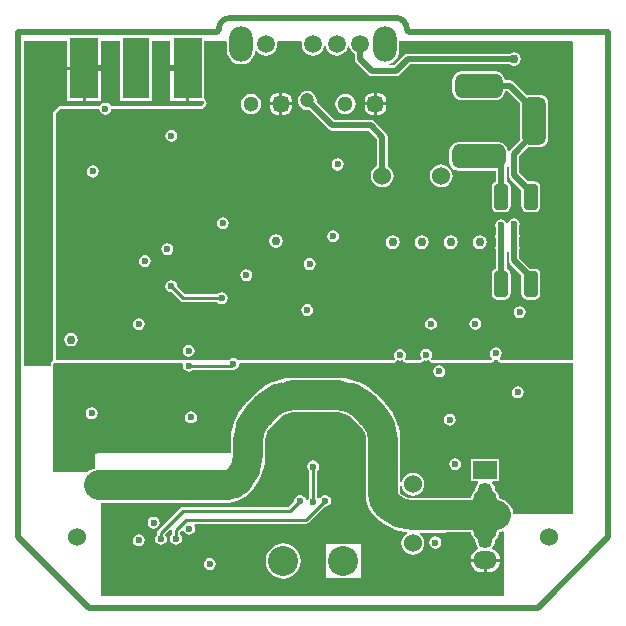
<source format=gbl>
G04*
G04 #@! TF.GenerationSoftware,Altium Limited,CircuitStudio,1.5.2 (30)*
G04*
G04 Layer_Physical_Order=4*
G04 Layer_Color=12500520*
%FSLAX44Y44*%
%MOMM*%
G71*
G01*
G75*
%ADD12R,2.4130X5.0800*%
%ADD33C,0.5000*%
%ADD34C,0.2540*%
%ADD36C,2.5000*%
%ADD37C,1.5240*%
%ADD38C,1.3000*%
G04:AMPARAMS|DCode=39|XSize=1.3mm|YSize=1.3mm|CornerRadius=0.325mm|HoleSize=0mm|Usage=FLASHONLY|Rotation=180.000|XOffset=0mm|YOffset=0mm|HoleType=Round|Shape=RoundedRectangle|*
%AMROUNDEDRECTD39*
21,1,1.3000,0.6500,0,0,180.0*
21,1,0.6500,1.3000,0,0,180.0*
1,1,0.6500,-0.3250,0.3250*
1,1,0.6500,0.3250,0.3250*
1,1,0.6500,0.3250,-0.3250*
1,1,0.6500,-0.3250,-0.3250*
%
%ADD39ROUNDEDRECTD39*%
G04:AMPARAMS|DCode=40|XSize=2mm|YSize=4mm|CornerRadius=0.5mm|HoleSize=0mm|Usage=FLASHONLY|Rotation=90.000|XOffset=0mm|YOffset=0mm|HoleType=Round|Shape=RoundedRectangle|*
%AMROUNDEDRECTD40*
21,1,2.0000,3.0000,0,0,90.0*
21,1,1.0000,4.0000,0,0,90.0*
1,1,1.0000,1.5000,0.5000*
1,1,1.0000,1.5000,-0.5000*
1,1,1.0000,-1.5000,-0.5000*
1,1,1.0000,-1.5000,0.5000*
%
%ADD40ROUNDEDRECTD40*%
G04:AMPARAMS|DCode=41|XSize=2mm|YSize=4.5mm|CornerRadius=0.5mm|HoleSize=0mm|Usage=FLASHONLY|Rotation=270.000|XOffset=0mm|YOffset=0mm|HoleType=Round|Shape=RoundedRectangle|*
%AMROUNDEDRECTD41*
21,1,2.0000,3.5000,0,0,270.0*
21,1,1.0000,4.5000,0,0,270.0*
1,1,1.0000,-1.7500,-0.5000*
1,1,1.0000,-1.7500,0.5000*
1,1,1.0000,1.7500,0.5000*
1,1,1.0000,1.7500,-0.5000*
%
%ADD41ROUNDEDRECTD41*%
G04:AMPARAMS|DCode=42|XSize=2mm|YSize=4mm|CornerRadius=0.5mm|HoleSize=0mm|Usage=FLASHONLY|Rotation=180.000|XOffset=0mm|YOffset=0mm|HoleType=Round|Shape=RoundedRectangle|*
%AMROUNDEDRECTD42*
21,1,2.0000,3.0000,0,0,180.0*
21,1,1.0000,4.0000,0,0,180.0*
1,1,1.0000,-0.5000,1.5000*
1,1,1.0000,0.5000,1.5000*
1,1,1.0000,0.5000,-1.5000*
1,1,1.0000,-0.5000,-1.5000*
%
%ADD42ROUNDEDRECTD42*%
%ADD43C,1.5000*%
%ADD44O,2.0000X3.0000*%
%ADD45C,2.5400*%
%ADD46O,2.0000X1.5000*%
%ADD47C,2.0000*%
%ADD48R,2.0000X1.5000*%
%ADD49C,0.6000*%
%ADD50C,1.2000*%
%ADD51C,0.7500*%
%ADD52C,1.2500*%
G04:AMPARAMS|DCode=53|XSize=2.2mm|YSize=1.2mm|CornerRadius=0.3mm|HoleSize=0mm|Usage=FLASHONLY|Rotation=270.000|XOffset=0mm|YOffset=0mm|HoleType=Round|Shape=RoundedRectangle|*
%AMROUNDEDRECTD53*
21,1,2.2000,0.6000,0,0,270.0*
21,1,1.6000,1.2000,0,0,270.0*
1,1,0.6000,-0.3000,-0.8000*
1,1,0.6000,-0.3000,0.8000*
1,1,0.6000,0.3000,0.8000*
1,1,0.6000,0.3000,-0.8000*
%
%ADD53ROUNDEDRECTD53*%
%ADD54R,2.2860X5.0800*%
%ADD55R,0.2540X0.2540*%
G36*
X453595Y515807D02*
X453597Y515807D01*
X453600Y515807D01*
X453862Y515859D01*
X456759Y515574D01*
X459798Y514652D01*
X462598Y513156D01*
X465123Y511083D01*
X472424Y503659D01*
X472431Y503654D01*
X472436Y503647D01*
X472659Y503498D01*
X474505Y501248D01*
X476002Y498448D01*
X476924Y495410D01*
X477244Y492152D01*
X477158Y447369D01*
X477123Y447302D01*
X477093Y447004D01*
X477035Y446711D01*
X477055Y446611D01*
X477045Y446511D01*
X477531Y441570D01*
X477590Y441378D01*
X477609Y441178D01*
X479050Y436427D01*
X479145Y436250D01*
X479203Y436058D01*
X481544Y431679D01*
X481671Y431524D01*
X481766Y431347D01*
X484916Y427509D01*
X484994Y427445D01*
X485050Y427360D01*
X485209Y427254D01*
X489422Y423559D01*
X489539Y423492D01*
X489634Y423397D01*
X494338Y420253D01*
X494463Y420202D01*
X494570Y420120D01*
X499644Y417617D01*
X499774Y417583D01*
X499891Y417515D01*
X505249Y415696D01*
X505382Y415679D01*
X505506Y415628D01*
X511056Y414524D01*
X511190D01*
X511320Y414489D01*
X511599Y414470D01*
X511859Y413181D01*
X510139Y411861D01*
X508597Y409851D01*
X507627Y407511D01*
X507297Y405000D01*
X507627Y402489D01*
X508597Y400149D01*
X510139Y398139D01*
X512148Y396597D01*
X514488Y395628D01*
X517000Y395297D01*
X519511Y395628D01*
X521851Y396597D01*
X523861Y398139D01*
X525403Y400149D01*
X526372Y402489D01*
X526703Y405000D01*
X526372Y407511D01*
X525403Y409851D01*
X523861Y411861D01*
X522570Y412852D01*
X523000Y414122D01*
X566393Y414179D01*
X566559Y412917D01*
X567768Y409998D01*
X569691Y407491D01*
X569946Y407296D01*
X569929Y407164D01*
X570212Y405010D01*
X571044Y403003D01*
X572243Y401440D01*
X572208Y400715D01*
X571997Y399963D01*
X570686Y399420D01*
X568589Y397811D01*
X566980Y395713D01*
X565968Y393271D01*
X565790Y391920D01*
X578250D01*
X590709D01*
X590531Y393271D01*
X589520Y395713D01*
X587910Y397811D01*
X585813Y399420D01*
X584503Y399963D01*
X584292Y400715D01*
X584256Y401440D01*
X585456Y403003D01*
X586287Y405010D01*
X586571Y407164D01*
X586554Y407296D01*
X586808Y407491D01*
X588732Y409998D01*
X589941Y412917D01*
X590144Y414463D01*
X590780Y414546D01*
X591033Y414632D01*
X591294Y414684D01*
X592944Y415367D01*
X594000Y414662D01*
X594000Y360898D01*
X593102Y360000D01*
X253398Y360000D01*
X252500Y360898D01*
X252500Y438961D01*
X361142D01*
X361142Y438961D01*
X361923Y439116D01*
X362584Y439558D01*
X362584Y439558D01*
X362836Y439810D01*
X364580Y439981D01*
X364772Y440040D01*
X364972Y440060D01*
X369723Y441501D01*
X369900Y441595D01*
X370092Y441654D01*
X374471Y443994D01*
X374626Y444121D01*
X374803Y444216D01*
X378641Y447366D01*
X378705Y447444D01*
X378789Y447500D01*
X378895Y447659D01*
X382590Y451872D01*
X382658Y451989D01*
X382753Y452084D01*
X385896Y456789D01*
X385948Y456913D01*
X386030Y457020D01*
X388532Y462094D01*
X388567Y462224D01*
X388634Y462341D01*
X390453Y467699D01*
X390471Y467832D01*
X390522Y467956D01*
X391626Y473506D01*
Y473641D01*
X391661Y473770D01*
X392031Y479417D01*
X392022Y479484D01*
X392035Y479550D01*
Y479550D01*
X392034Y479557D01*
X392035Y479565D01*
X391943Y492265D01*
X391891Y492516D01*
X392176Y495410D01*
X393098Y498448D01*
X394594Y501248D01*
X396667Y503773D01*
X404091Y511074D01*
X404096Y511081D01*
X404103Y511086D01*
X404252Y511309D01*
X406502Y513156D01*
X409302Y514652D01*
X412340Y515574D01*
X415597Y515895D01*
X453595Y515807D01*
D02*
G37*
G36*
X588620Y559852D02*
X588713Y559675D01*
X588770Y559484D01*
X588896Y559327D01*
X588990Y559148D01*
X589255Y558820D01*
X589338Y558752D01*
X589347Y558735D01*
X589375Y558711D01*
X589416Y558649D01*
X589490Y558575D01*
X589641Y558475D01*
X589709Y558406D01*
X589726Y558395D01*
X589783Y558372D01*
X589958Y558226D01*
X590062Y558193D01*
X590152Y558133D01*
X590376Y558088D01*
X590430Y558059D01*
X590450Y558053D01*
X590545Y558043D01*
X590718Y557989D01*
X590822Y557978D01*
X590896Y557985D01*
X590932Y557978D01*
X590951Y557982D01*
X591056Y557961D01*
X652500D01*
X652500Y556691D01*
X652500Y430898D01*
X651602Y430000D01*
X601754D01*
X601454Y432280D01*
X601368Y432533D01*
X601316Y432794D01*
X600056Y435836D01*
X599907Y436058D01*
X599790Y436297D01*
X597785Y438909D01*
X597585Y439085D01*
X597409Y439286D01*
X594797Y441290D01*
X594558Y441408D01*
X594336Y441556D01*
X591294Y442816D01*
X591033Y442868D01*
X590780Y442954D01*
X590144Y443037D01*
X589941Y444583D01*
X588732Y447502D01*
X586808Y450009D01*
X586554Y450204D01*
X586571Y450336D01*
X586287Y452490D01*
X585456Y454497D01*
X584241Y456080D01*
X584523Y457350D01*
X590250D01*
Y476350D01*
X566250D01*
Y457350D01*
X571977D01*
X572258Y456080D01*
X571044Y454497D01*
X570212Y452490D01*
X569929Y450336D01*
X569946Y450204D01*
X569691Y450009D01*
X567768Y447502D01*
X566559Y444583D01*
X566399Y443369D01*
X517097Y443293D01*
X516837Y443241D01*
X513940Y443526D01*
X510902Y444448D01*
X508102Y445944D01*
X506227Y447483D01*
X506229Y453381D01*
X507499Y453464D01*
X507627Y452489D01*
X508597Y450149D01*
X510139Y448139D01*
X512148Y446597D01*
X514488Y445628D01*
X517000Y445297D01*
X519511Y445628D01*
X521851Y446597D01*
X523861Y448139D01*
X525403Y450149D01*
X526372Y452489D01*
X526703Y455000D01*
X526372Y457511D01*
X525403Y459851D01*
X523861Y461861D01*
X521851Y463403D01*
X519511Y464372D01*
X517000Y464703D01*
X514488Y464372D01*
X512148Y463403D01*
X510139Y461861D01*
X508597Y459851D01*
X507627Y457511D01*
X507500Y456544D01*
X506230Y456628D01*
X506243Y491712D01*
X506271Y491924D01*
X506335Y492250D01*
Y492250D01*
X506322Y492316D01*
X506331Y492383D01*
X505961Y498030D01*
X505926Y498159D01*
Y498294D01*
X504822Y503843D01*
X504771Y503968D01*
X504753Y504101D01*
X502934Y509459D01*
X502867Y509576D01*
X502832Y509706D01*
X500330Y514780D01*
X500248Y514887D01*
X500196Y515011D01*
X497053Y519716D01*
X496958Y519811D01*
X496890Y519928D01*
X493160Y524182D01*
X493099Y524228D01*
X493056Y524292D01*
X485922Y531301D01*
X485814Y531442D01*
X485629Y531719D01*
X485573Y531756D01*
X485532Y531810D01*
X481278Y535541D01*
X481161Y535608D01*
X481066Y535703D01*
X476361Y538847D01*
X476237Y538898D01*
X476130Y538980D01*
X471055Y541483D01*
X470925Y541517D01*
X470809Y541585D01*
X465451Y543403D01*
X465318Y543421D01*
X465193Y543472D01*
X459644Y544576D01*
X459509D01*
X459379Y544611D01*
X453733Y544981D01*
X453666Y544972D01*
X453600Y544986D01*
X453600D01*
X453597Y544985D01*
X453595Y544986D01*
X416027Y544894D01*
X415826Y544921D01*
X415500Y544986D01*
X415500D01*
X415434Y544972D01*
X415367Y544981D01*
X409720Y544611D01*
X409590Y544576D01*
X409456D01*
X403906Y543472D01*
X403782Y543421D01*
X403649Y543403D01*
X398291Y541585D01*
X398174Y541517D01*
X398044Y541483D01*
X392970Y538980D01*
X392863Y538898D01*
X392738Y538847D01*
X388034Y535703D01*
X387939Y535608D01*
X387822Y535541D01*
X383568Y531810D01*
X383521Y531749D01*
X383458Y531706D01*
X376449Y524572D01*
X376308Y524464D01*
X376031Y524279D01*
X375994Y524223D01*
X375940Y524182D01*
X372209Y519928D01*
X372142Y519811D01*
X372047Y519716D01*
X368903Y515011D01*
X368852Y514887D01*
X368770Y514780D01*
X366267Y509706D01*
X366232Y509576D01*
X366165Y509459D01*
X364346Y504101D01*
X364329Y503968D01*
X364277Y503843D01*
X363173Y498294D01*
Y498159D01*
X363139Y498030D01*
X362769Y492383D01*
X362777Y492316D01*
X362764Y492250D01*
Y492250D01*
X362766Y492243D01*
X362764Y492235D01*
X362835Y482491D01*
X361941Y481589D01*
X250000D01*
X249219Y481434D01*
X248558Y480992D01*
X248116Y480330D01*
X247961Y479550D01*
Y468418D01*
X247469Y468354D01*
X247217Y468268D01*
X246955Y468216D01*
X243913Y466956D01*
X243692Y466808D01*
X243452Y466690D01*
X241250Y465000D01*
X212500Y465000D01*
X212500Y556844D01*
X212907Y557351D01*
X213770Y557961D01*
X321636D01*
X322438Y556691D01*
X322152Y555250D01*
X322540Y553299D01*
X323645Y551645D01*
X325299Y550540D01*
X327250Y550152D01*
X329201Y550540D01*
X330854Y551645D01*
X331035Y551916D01*
X363250D01*
X364090Y552083D01*
X365000Y551902D01*
X366951Y552290D01*
X368605Y553395D01*
X369710Y555049D01*
X370098Y557000D01*
X370886Y557961D01*
X501018Y557961D01*
X501063Y557970D01*
X501110Y557963D01*
X501453Y558047D01*
X501798Y558116D01*
X501837Y558142D01*
X501882Y558153D01*
X502166Y558362D01*
X502460Y558558D01*
X502486Y558597D01*
X502523Y558624D01*
X502996Y559142D01*
X504049Y559790D01*
X506000Y559402D01*
X507951Y559790D01*
X508139Y559916D01*
X508155Y559911D01*
X508347Y559741D01*
X508513Y559546D01*
X508807Y559313D01*
X508828Y559303D01*
X508844Y559285D01*
X508983Y559180D01*
X509357Y558760D01*
X509470Y558675D01*
X509473Y558670D01*
X509495Y558653D01*
X509515Y558623D01*
X509553Y558585D01*
X509643Y558525D01*
X509747Y558421D01*
X509824Y558369D01*
X509928Y558326D01*
X510107Y558191D01*
X510165Y558176D01*
X510215Y558142D01*
X510435Y558099D01*
X510536Y558050D01*
X510626Y558026D01*
X510773Y558018D01*
X510877Y557991D01*
X510932Y557988D01*
X510968Y557993D01*
X510995Y557987D01*
X511001Y557988D01*
X511139Y557961D01*
X523392D01*
X523577Y557998D01*
X523578D01*
X523590Y558000D01*
X523789D01*
X523975Y558037D01*
X524140Y558105D01*
X524309Y558134D01*
X524311Y558135D01*
X524315Y558136D01*
X524334Y558148D01*
X524358Y558153D01*
X524358Y558153D01*
X524358D01*
X524484Y558237D01*
X524627Y558288D01*
X524627Y558288D01*
X524660Y558318D01*
X524699Y558334D01*
X524854Y558436D01*
X524972Y558552D01*
X524982Y558558D01*
X524982Y558559D01*
X524984Y558561D01*
X524987Y558563D01*
X524987Y558563D01*
X524996Y558575D01*
X524998Y558577D01*
X525166Y558688D01*
X525432Y558950D01*
X525505Y559057D01*
X525555Y559106D01*
X525595Y559165D01*
X525689Y559257D01*
X525761Y559364D01*
X525762Y559365D01*
X525763Y559366D01*
X525767Y559371D01*
X525802Y559440D01*
X525856Y559494D01*
X525884Y559562D01*
X525944Y559639D01*
X525976Y559701D01*
X525987Y559742D01*
X526002Y559764D01*
X526026Y559877D01*
X526042Y559917D01*
X526084Y560000D01*
X526501D01*
X528250Y559652D01*
X529999Y560000D01*
X530424D01*
X530465Y559918D01*
X530516Y559731D01*
X530643Y559566D01*
X530737Y559381D01*
X531015Y559025D01*
X531116Y558938D01*
X531191Y558828D01*
X531334Y558688D01*
X531502Y558577D01*
X531645Y558436D01*
X531803Y558333D01*
X531972Y558264D01*
X532122Y558161D01*
X532124Y558161D01*
X532134Y558159D01*
X532143Y558153D01*
X532328Y558116D01*
X532328Y558116D01*
X532341Y558113D01*
X532526Y558037D01*
X532674Y558007D01*
X532674D01*
X532710Y558000D01*
X532891D01*
X532903Y557998D01*
X532913Y557999D01*
X532923Y557998D01*
X532924D01*
X532924Y557998D01*
X533109Y557961D01*
X533307Y557961D01*
X533308Y557961D01*
X583558D01*
X583637Y557976D01*
X583653Y557973D01*
X583713Y557985D01*
X583821Y557978D01*
X583917Y557990D01*
X584171Y558076D01*
X584434Y558128D01*
X584544Y558202D01*
X584670Y558245D01*
X584873Y558422D01*
X585095Y558571D01*
X585164Y558639D01*
X585224Y558729D01*
X585270Y558769D01*
X585277Y558784D01*
X585338Y558837D01*
X585584Y559157D01*
X585698Y559387D01*
X585843Y559599D01*
X585873Y559740D01*
X585937Y559870D01*
X585946Y560000D01*
X588607D01*
X588620Y559852D01*
D02*
G37*
G36*
X652500Y829102D02*
X652500Y561270D01*
X652500Y560000D01*
X591133D01*
X590839Y560427D01*
X590481Y561133D01*
X590855Y562144D01*
X591960Y563798D01*
X592348Y565749D01*
X591960Y567700D01*
X590855Y569354D01*
X589201Y570459D01*
X587250Y570847D01*
X585299Y570459D01*
X583645Y569354D01*
X582540Y567700D01*
X582152Y565749D01*
X582540Y563798D01*
X583645Y562144D01*
X583645Y562144D01*
X583645Y562144D01*
X584026Y561149D01*
X583769Y560594D01*
X583358Y560000D01*
X533308D01*
X532315Y560747D01*
X532308Y560780D01*
X532297Y560797D01*
X532286Y560837D01*
X532244Y560919D01*
X532127Y561069D01*
X532080Y561164D01*
X532012Y561223D01*
X531959Y561302D01*
X532960Y562799D01*
X533348Y564750D01*
X532960Y566701D01*
X531855Y568355D01*
X530201Y569460D01*
X528250Y569848D01*
X526299Y569460D01*
X524645Y568355D01*
X523540Y566701D01*
X523152Y564750D01*
X523540Y562799D01*
X524544Y561296D01*
X524463Y561173D01*
X524366Y561049D01*
X524339Y561023D01*
X524332Y561006D01*
X524263Y560918D01*
X524222Y560835D01*
X524211Y560796D01*
X524200Y560780D01*
X524194Y560751D01*
X524158Y560697D01*
X524142Y560657D01*
X524122Y560556D01*
X524075Y560510D01*
X524002Y560403D01*
X523879Y560282D01*
X523879Y560282D01*
X523735Y560141D01*
X523580Y560039D01*
X523580Y560039D01*
X523580Y560039D01*
X523580Y560039D01*
X523578Y560037D01*
Y560037D01*
X523578D01*
X523578Y560037D01*
X523578D01*
X523577D01*
X523392Y560000D01*
X511140D01*
X511139Y560000D01*
X511049Y560023D01*
X511049Y560023D01*
X511009Y560026D01*
X510998Y560030D01*
X510985Y560036D01*
X510977Y560044D01*
X510958Y560064D01*
X510958Y560064D01*
X510957Y560065D01*
X510880Y560116D01*
X510506Y560536D01*
X510367Y560642D01*
X510366Y560642D01*
X510351Y560659D01*
X510330Y560675D01*
X510212Y560807D01*
X510073Y560912D01*
X510073Y560912D01*
X509936Y561021D01*
X509900Y561063D01*
X509786Y561153D01*
X509781Y561160D01*
X510710Y562549D01*
X511098Y564500D01*
X510710Y566451D01*
X509605Y568105D01*
X507951Y569210D01*
X506000Y569598D01*
X504049Y569210D01*
X502395Y568105D01*
X501290Y566451D01*
X500902Y564500D01*
X501290Y562549D01*
X502045Y561419D01*
X501927Y560878D01*
X501719Y560686D01*
X501491Y560518D01*
X501129Y560121D01*
X501033Y560057D01*
X501005Y560029D01*
X500965Y560027D01*
X500854Y560000D01*
X370886Y560000D01*
X370886Y560000D01*
X369009D01*
X368605Y560605D01*
X366951Y561710D01*
X365000Y562098D01*
X363049Y561710D01*
X361395Y560605D01*
X360991Y560000D01*
X328999D01*
X327250Y560348D01*
X325500Y560000D01*
X321637D01*
X321636Y560000D01*
X215437D01*
X214539Y560898D01*
X214539Y769155D01*
X218345Y772961D01*
X251410D01*
X251790Y771049D01*
X252895Y769395D01*
X254549Y768290D01*
X256500Y767902D01*
X258451Y768290D01*
X260105Y769395D01*
X261210Y771049D01*
X261590Y772961D01*
X337500D01*
X338280Y773116D01*
X338942Y773558D01*
X341732Y776348D01*
X342174Y777010D01*
X342329Y777790D01*
X342174Y778570D01*
X341648Y779840D01*
X341206Y780502D01*
X340544Y780944D01*
X340380Y780977D01*
Y830000D01*
X358498D01*
X359396Y829102D01*
Y822500D01*
X359809Y819367D01*
X361018Y816448D01*
X362941Y813941D01*
X365448Y812018D01*
X368367Y810809D01*
X371500Y810396D01*
X374633Y810809D01*
X377552Y812018D01*
X380058Y813941D01*
X381982Y816448D01*
X383191Y819367D01*
X383480Y821563D01*
X384808Y821919D01*
X385724Y820724D01*
X387709Y819202D01*
X390020Y818244D01*
X392500Y817918D01*
X394980Y818244D01*
X397291Y819202D01*
X399275Y820724D01*
X400798Y822709D01*
X401755Y825020D01*
X402082Y827500D01*
X401920Y828730D01*
X403034Y830000D01*
X421966D01*
X423080Y828730D01*
X422918Y827500D01*
X423245Y825020D01*
X424202Y822709D01*
X425724Y820724D01*
X427709Y819202D01*
X430020Y818244D01*
X432500Y817918D01*
X434980Y818244D01*
X437291Y819202D01*
X439275Y820724D01*
X440798Y822709D01*
X441755Y825020D01*
X441859Y825810D01*
X443140D01*
X443245Y825020D01*
X444202Y822709D01*
X445724Y820724D01*
X447709Y819202D01*
X450020Y818244D01*
X452500Y817918D01*
X454980Y818244D01*
X457291Y819202D01*
X459275Y820724D01*
X460798Y822709D01*
X461755Y825020D01*
X461860Y825810D01*
X463140D01*
X463245Y825020D01*
X464202Y822709D01*
X465724Y820724D01*
X467709Y819202D01*
X467912Y819118D01*
Y815000D01*
X468261Y813244D01*
X469256Y811756D01*
X479256Y801756D01*
X480744Y800761D01*
X482500Y800412D01*
X502500D01*
X504256Y800761D01*
X505744Y801756D01*
X514400Y810412D01*
X599017D01*
X600256Y809584D01*
X602500Y809137D01*
X604743Y809584D01*
X606645Y810854D01*
X607916Y812756D01*
X608363Y815000D01*
X607916Y817243D01*
X606645Y819145D01*
X604743Y820416D01*
X602500Y820863D01*
X600256Y820416D01*
X599017Y819588D01*
X512500D01*
X510744Y819239D01*
X509256Y818244D01*
X500600Y809588D01*
X496865D01*
X496633Y810809D01*
X499552Y812018D01*
X502058Y813941D01*
X503982Y816448D01*
X505191Y819367D01*
X505603Y822500D01*
Y830000D01*
X651602D01*
X652500Y829102D01*
D02*
G37*
G36*
X311710Y808270D02*
X326315D01*
Y807000D01*
X327585D01*
Y779060D01*
X339764D01*
X340290Y777790D01*
X337500Y775000D01*
X261177D01*
X260105Y776605D01*
X258451Y777710D01*
X256500Y778098D01*
X254549Y777710D01*
X252895Y776605D01*
X251823Y775000D01*
X217500D01*
X212500Y770000D01*
X212500Y559560D01*
X211730Y559016D01*
X211535Y558811D01*
X211318Y558629D01*
X210911Y558123D01*
X210777Y557866D01*
X210616Y557625D01*
X210594Y557516D01*
X210543Y557417D01*
X210517Y557129D01*
X210461Y556844D01*
Y555000D01*
X188398D01*
X187500Y555898D01*
X187500Y830000D01*
X224080D01*
Y808270D01*
X238685D01*
X253290D01*
Y830000D01*
X269070D01*
Y779600D01*
X295930D01*
Y830000D01*
X311710D01*
Y808270D01*
D02*
G37*
%LPC*%
G36*
X284875Y595598D02*
X282924Y595210D01*
X281270Y594104D01*
X280165Y592451D01*
X279777Y590500D01*
X280165Y588549D01*
X281270Y586895D01*
X282924Y585790D01*
X284875Y585402D01*
X286826Y585790D01*
X288480Y586895D01*
X289585Y588549D01*
X289973Y590500D01*
X289585Y592451D01*
X288480Y594104D01*
X286826Y595210D01*
X284875Y595598D01*
D02*
G37*
G36*
X532250Y595848D02*
X530299Y595460D01*
X528645Y594355D01*
X527540Y592701D01*
X527152Y590750D01*
X527540Y588799D01*
X528645Y587145D01*
X530299Y586040D01*
X532250Y585652D01*
X534201Y586040D01*
X535855Y587145D01*
X536960Y588799D01*
X537348Y590750D01*
X536960Y592701D01*
X535855Y594355D01*
X534201Y595460D01*
X532250Y595848D01*
D02*
G37*
G36*
X539250Y555598D02*
X537299Y555210D01*
X535645Y554104D01*
X534540Y552451D01*
X534152Y550500D01*
X534540Y548549D01*
X535645Y546895D01*
X537299Y545790D01*
X539250Y545402D01*
X541201Y545790D01*
X542855Y546895D01*
X543960Y548549D01*
X544348Y550500D01*
X543960Y552451D01*
X542855Y554104D01*
X541201Y555210D01*
X539250Y555598D01*
D02*
G37*
G36*
X327000Y573098D02*
X325049Y572710D01*
X323395Y571605D01*
X322290Y569951D01*
X321902Y568000D01*
X322290Y566049D01*
X323395Y564395D01*
X325049Y563290D01*
X327000Y562902D01*
X328951Y563290D01*
X330605Y564395D01*
X331710Y566049D01*
X332098Y568000D01*
X331710Y569951D01*
X330605Y571605D01*
X328951Y572710D01*
X327000Y573098D01*
D02*
G37*
G36*
X227500Y583363D02*
X225256Y582916D01*
X223354Y581645D01*
X222084Y579743D01*
X221637Y577500D01*
X222084Y575256D01*
X223354Y573354D01*
X225256Y572084D01*
X227500Y571637D01*
X229743Y572084D01*
X231645Y573354D01*
X232916Y575256D01*
X233363Y577500D01*
X232916Y579743D01*
X231645Y581645D01*
X229743Y582916D01*
X227500Y583363D01*
D02*
G37*
G36*
X376000Y637098D02*
X374049Y636710D01*
X372395Y635605D01*
X371290Y633951D01*
X370902Y632000D01*
X371290Y630049D01*
X372395Y628395D01*
X374049Y627290D01*
X376000Y626902D01*
X377951Y627290D01*
X379605Y628395D01*
X380710Y630049D01*
X381098Y632000D01*
X380710Y633951D01*
X379605Y635605D01*
X377951Y636710D01*
X376000Y637098D01*
D02*
G37*
G36*
X429500Y646598D02*
X427549Y646210D01*
X425895Y645105D01*
X424790Y643451D01*
X424402Y641500D01*
X424790Y639549D01*
X425895Y637895D01*
X427549Y636790D01*
X429500Y636402D01*
X431451Y636790D01*
X433105Y637895D01*
X434210Y639549D01*
X434598Y641500D01*
X434210Y643451D01*
X433105Y645105D01*
X431451Y646210D01*
X429500Y646598D01*
D02*
G37*
G36*
X290000Y649098D02*
X288049Y648710D01*
X286395Y647605D01*
X285290Y645951D01*
X284902Y644000D01*
X285290Y642049D01*
X286395Y640395D01*
X288049Y639290D01*
X290000Y638902D01*
X291951Y639290D01*
X293605Y640395D01*
X294710Y642049D01*
X295098Y644000D01*
X294710Y645951D01*
X293605Y647605D01*
X291951Y648710D01*
X290000Y649098D01*
D02*
G37*
G36*
X312500Y627598D02*
X310549Y627210D01*
X308895Y626105D01*
X307790Y624451D01*
X307402Y622500D01*
X307790Y620549D01*
X308895Y618895D01*
X310549Y617790D01*
X312500Y617402D01*
X312819Y617465D01*
X320142Y610142D01*
X321224Y609420D01*
X322500Y609166D01*
X351214D01*
X351395Y608895D01*
X353049Y607790D01*
X355000Y607402D01*
X356951Y607790D01*
X358605Y608895D01*
X359710Y610549D01*
X360098Y612500D01*
X359710Y614451D01*
X358605Y616105D01*
X356951Y617210D01*
X355000Y617598D01*
X353049Y617210D01*
X351395Y616105D01*
X351214Y615834D01*
X323881D01*
X317534Y622180D01*
X317598Y622500D01*
X317210Y624451D01*
X316105Y626105D01*
X314451Y627210D01*
X312500Y627598D01*
D02*
G37*
G36*
X569750Y595848D02*
X567799Y595460D01*
X566145Y594355D01*
X565040Y592701D01*
X564652Y590750D01*
X565040Y588799D01*
X566145Y587145D01*
X567799Y586040D01*
X569750Y585652D01*
X571701Y586040D01*
X573355Y587145D01*
X574460Y588799D01*
X574848Y590750D01*
X574460Y592701D01*
X573355Y594355D01*
X571701Y595460D01*
X569750Y595848D01*
D02*
G37*
G36*
X607250Y605848D02*
X605299Y605460D01*
X603645Y604355D01*
X602540Y602701D01*
X602152Y600750D01*
X602540Y598799D01*
X603645Y597145D01*
X605299Y596040D01*
X607250Y595652D01*
X609201Y596040D01*
X610855Y597145D01*
X611960Y598799D01*
X612348Y600750D01*
X611960Y602701D01*
X610855Y604355D01*
X609201Y605460D01*
X607250Y605848D01*
D02*
G37*
G36*
X427500Y607598D02*
X425549Y607210D01*
X423895Y606105D01*
X422790Y604451D01*
X422402Y602500D01*
X422790Y600549D01*
X423895Y598895D01*
X425549Y597790D01*
X427500Y597402D01*
X429451Y597790D01*
X431105Y598895D01*
X432210Y600549D01*
X432598Y602500D01*
X432210Y604451D01*
X431105Y606105D01*
X429451Y607210D01*
X427500Y607598D01*
D02*
G37*
G36*
X605750Y537848D02*
X603799Y537460D01*
X602145Y536354D01*
X601040Y534701D01*
X600652Y532750D01*
X601040Y530799D01*
X602145Y529145D01*
X603799Y528040D01*
X605750Y527652D01*
X607701Y528040D01*
X609355Y529145D01*
X610460Y530799D01*
X610848Y532750D01*
X610460Y534701D01*
X609355Y536354D01*
X607701Y537460D01*
X605750Y537848D01*
D02*
G37*
G36*
X590709Y389380D02*
X579520D01*
Y380523D01*
X580750D01*
X583371Y380868D01*
X585813Y381880D01*
X587910Y383489D01*
X589520Y385587D01*
X590531Y388029D01*
X590709Y389380D01*
D02*
G37*
G36*
X345000Y392598D02*
X343049Y392210D01*
X341395Y391105D01*
X340290Y389451D01*
X339902Y387500D01*
X340290Y385549D01*
X341395Y383895D01*
X343049Y382790D01*
X345000Y382402D01*
X346951Y382790D01*
X348605Y383895D01*
X349710Y385549D01*
X350098Y387500D01*
X349710Y389451D01*
X348605Y391105D01*
X346951Y392210D01*
X345000Y392598D01*
D02*
G37*
G36*
X536000Y410758D02*
X534049Y410370D01*
X532395Y409265D01*
X531290Y407611D01*
X530902Y405660D01*
X531290Y403709D01*
X532395Y402055D01*
X534049Y400950D01*
X536000Y400562D01*
X537951Y400950D01*
X539604Y402055D01*
X540710Y403709D01*
X541098Y405660D01*
X540710Y407611D01*
X539604Y409265D01*
X537951Y410370D01*
X536000Y410758D01*
D02*
G37*
G36*
X407100Y404827D02*
X403262Y404322D01*
X399687Y402840D01*
X396616Y400484D01*
X394259Y397413D01*
X392778Y393837D01*
X392273Y390000D01*
X392778Y386162D01*
X394259Y382587D01*
X396616Y379516D01*
X399687Y377160D01*
X403262Y375678D01*
X407100Y375173D01*
X410937Y375678D01*
X414513Y377160D01*
X417584Y379516D01*
X419940Y382587D01*
X421422Y386162D01*
X421927Y390000D01*
X421422Y393837D01*
X419940Y397413D01*
X417584Y400484D01*
X414513Y402840D01*
X410937Y404322D01*
X407100Y404827D01*
D02*
G37*
G36*
X472600Y404700D02*
X443200D01*
Y375300D01*
X472600D01*
Y404700D01*
D02*
G37*
G36*
X576980Y389380D02*
X565790D01*
X565968Y388029D01*
X566980Y385587D01*
X568589Y383489D01*
X570686Y381880D01*
X573129Y380868D01*
X575750Y380523D01*
X576980D01*
Y389380D01*
D02*
G37*
G36*
X285000Y412598D02*
X283049Y412210D01*
X281395Y411105D01*
X280290Y409451D01*
X279902Y407500D01*
X280290Y405549D01*
X281395Y403895D01*
X283049Y402790D01*
X285000Y402402D01*
X286951Y402790D01*
X288605Y403895D01*
X289710Y405549D01*
X290098Y407500D01*
X289710Y409451D01*
X288605Y411105D01*
X286951Y412210D01*
X285000Y412598D01*
D02*
G37*
G36*
X548250Y514848D02*
X546299Y514460D01*
X544645Y513355D01*
X543540Y511701D01*
X543152Y509750D01*
X543540Y507799D01*
X544645Y506145D01*
X546299Y505040D01*
X548250Y504652D01*
X550201Y505040D01*
X551855Y506145D01*
X552960Y507799D01*
X553348Y509750D01*
X552960Y511701D01*
X551855Y513355D01*
X550201Y514460D01*
X548250Y514848D01*
D02*
G37*
G36*
X329050Y516648D02*
X327099Y516260D01*
X325445Y515155D01*
X324340Y513501D01*
X323952Y511550D01*
X324340Y509599D01*
X325445Y507945D01*
X327099Y506840D01*
X329050Y506452D01*
X331001Y506840D01*
X332655Y507945D01*
X333760Y509599D01*
X334148Y511550D01*
X333760Y513501D01*
X332655Y515155D01*
X331001Y516260D01*
X329050Y516648D01*
D02*
G37*
G36*
X245000Y520098D02*
X243049Y519710D01*
X241395Y518605D01*
X240290Y516951D01*
X239902Y515000D01*
X240290Y513049D01*
X241395Y511395D01*
X243049Y510290D01*
X245000Y509902D01*
X246951Y510290D01*
X248605Y511395D01*
X249710Y513049D01*
X250098Y515000D01*
X249710Y516951D01*
X248605Y518605D01*
X246951Y519710D01*
X245000Y520098D01*
D02*
G37*
G36*
X297500Y427598D02*
X295549Y427210D01*
X293895Y426105D01*
X292790Y424451D01*
X292402Y422500D01*
X292790Y420549D01*
X293895Y418895D01*
X295549Y417790D01*
X297500Y417402D01*
X299451Y417790D01*
X301105Y418895D01*
X302210Y420549D01*
X302598Y422500D01*
X302210Y424451D01*
X301105Y426105D01*
X299451Y427210D01*
X297500Y427598D01*
D02*
G37*
G36*
X432500Y475098D02*
X430549Y474710D01*
X428895Y473605D01*
X427790Y471951D01*
X427402Y470000D01*
X427790Y468049D01*
X428895Y466395D01*
X429166Y466214D01*
Y462000D01*
Y443786D01*
X428895Y443605D01*
X427790Y441951D01*
X427747Y441734D01*
X426452D01*
X426210Y442951D01*
X425105Y444605D01*
X423451Y445710D01*
X421500Y446098D01*
X419549Y445710D01*
X417895Y444605D01*
X416790Y442951D01*
X416402Y441000D01*
X416466Y440681D01*
X411619Y435834D01*
X322500D01*
X321224Y435580D01*
X320142Y434857D01*
X301292Y416007D01*
X300570Y414926D01*
X300316Y413650D01*
Y412533D01*
X300045Y412353D01*
X298940Y410699D01*
X298552Y408748D01*
X298940Y406797D01*
X300045Y405143D01*
X301699Y404038D01*
X303650Y403650D01*
X305601Y404038D01*
X307255Y405143D01*
X308360Y406797D01*
X308748Y408748D01*
X308360Y410699D01*
X307255Y412353D01*
X307238Y412523D01*
X311884Y417169D01*
X313054Y416543D01*
X313016Y416350D01*
Y412636D01*
X312745Y412455D01*
X311640Y410801D01*
X311252Y408850D01*
X311640Y406899D01*
X312745Y405245D01*
X314399Y404140D01*
X316350Y403752D01*
X318301Y404140D01*
X319955Y405245D01*
X321060Y406899D01*
X321448Y408850D01*
X321060Y410801D01*
X319955Y412455D01*
X319684Y412636D01*
Y414969D01*
X321291Y416576D01*
X322669Y416158D01*
X322790Y415549D01*
X323895Y413895D01*
X325549Y412790D01*
X327500Y412402D01*
X329451Y412790D01*
X331105Y413895D01*
X332210Y415549D01*
X332598Y417500D01*
X332210Y419451D01*
X331578Y420396D01*
X332257Y421666D01*
X426500D01*
X427776Y421920D01*
X428857Y422642D01*
X442181Y435965D01*
X442500Y435902D01*
X444451Y436290D01*
X446105Y437395D01*
X447210Y439049D01*
X447598Y441000D01*
X447210Y442951D01*
X446105Y444605D01*
X444451Y445710D01*
X442500Y446098D01*
X440549Y445710D01*
X438895Y444605D01*
X437930Y443160D01*
X437040Y442982D01*
X436506Y443004D01*
X436105Y443605D01*
X435834Y443786D01*
Y462000D01*
Y466214D01*
X436105Y466395D01*
X437210Y468049D01*
X437598Y470000D01*
X437210Y471951D01*
X436105Y473605D01*
X434451Y474710D01*
X432500Y475098D01*
D02*
G37*
G36*
X552750Y477098D02*
X550799Y476710D01*
X549145Y475605D01*
X548040Y473951D01*
X547652Y472000D01*
X548040Y470049D01*
X549145Y468395D01*
X550799Y467290D01*
X552750Y466902D01*
X554701Y467290D01*
X556354Y468395D01*
X557460Y470049D01*
X557848Y472000D01*
X557460Y473951D01*
X556354Y475605D01*
X554701Y476710D01*
X552750Y477098D01*
D02*
G37*
G36*
X494353Y775730D02*
X486470D01*
Y767847D01*
X488450D01*
X490709Y768296D01*
X492624Y769576D01*
X493904Y771491D01*
X494353Y773750D01*
Y775730D01*
D02*
G37*
G36*
X379800Y785573D02*
X377581Y785281D01*
X375513Y784425D01*
X373738Y783062D01*
X372375Y781287D01*
X371519Y779219D01*
X371227Y777000D01*
X371519Y774781D01*
X372375Y772713D01*
X373738Y770938D01*
X375513Y769575D01*
X377581Y768719D01*
X379800Y768427D01*
X382019Y768719D01*
X384087Y769575D01*
X385862Y770938D01*
X387225Y772713D01*
X388081Y774781D01*
X388373Y777000D01*
X388081Y779219D01*
X387225Y781287D01*
X385862Y783062D01*
X384087Y784425D01*
X382019Y785281D01*
X379800Y785573D01*
D02*
G37*
G36*
X459800D02*
X457581Y785281D01*
X455513Y784425D01*
X453738Y783062D01*
X452375Y781287D01*
X451519Y779219D01*
X451227Y777000D01*
X451519Y774781D01*
X452375Y772713D01*
X453738Y770938D01*
X455513Y769575D01*
X457581Y768719D01*
X459800Y768427D01*
X462019Y768719D01*
X464087Y769575D01*
X465862Y770938D01*
X467225Y772713D01*
X468081Y774781D01*
X468373Y777000D01*
X468081Y779219D01*
X467225Y781287D01*
X465862Y783062D01*
X464087Y784425D01*
X462019Y785281D01*
X459800Y785573D01*
D02*
G37*
G36*
X483930Y775730D02*
X476046D01*
Y773750D01*
X476496Y771491D01*
X477776Y769576D01*
X479691Y768296D01*
X481950Y767847D01*
X483930D01*
Y775730D01*
D02*
G37*
G36*
X312500Y755098D02*
X310549Y754710D01*
X308895Y753605D01*
X307790Y751951D01*
X307402Y750000D01*
X307790Y748049D01*
X308895Y746395D01*
X310549Y745290D01*
X312500Y744902D01*
X314451Y745290D01*
X316105Y746395D01*
X317210Y748049D01*
X317598Y750000D01*
X317210Y751951D01*
X316105Y753605D01*
X314451Y754710D01*
X312500Y755098D01*
D02*
G37*
G36*
X403930Y775730D02*
X396046D01*
Y773750D01*
X396496Y771491D01*
X397776Y769576D01*
X399691Y768296D01*
X401950Y767847D01*
X403930D01*
Y775730D01*
D02*
G37*
G36*
X414353D02*
X406470D01*
Y767847D01*
X408450D01*
X410709Y768296D01*
X412624Y769576D01*
X413904Y771491D01*
X414353Y773750D01*
Y775730D01*
D02*
G37*
G36*
X237415Y805730D02*
X224080D01*
Y779060D01*
X237415D01*
Y805730D01*
D02*
G37*
G36*
X253290D02*
X239955D01*
Y779060D01*
X253290D01*
Y805730D01*
D02*
G37*
G36*
X325045D02*
X311710D01*
Y779060D01*
X325045D01*
Y805730D01*
D02*
G37*
G36*
X488450Y786153D02*
X486470D01*
Y778270D01*
X494353D01*
Y780250D01*
X493904Y782509D01*
X492624Y784424D01*
X490709Y785704D01*
X488450Y786153D01*
D02*
G37*
G36*
X483930D02*
X481950D01*
X479691Y785704D01*
X477776Y784424D01*
X476496Y782509D01*
X476046Y780250D01*
Y778270D01*
X483930D01*
Y786153D01*
D02*
G37*
G36*
X403930D02*
X401950D01*
X399691Y785704D01*
X397776Y784424D01*
X396496Y782509D01*
X396046Y780250D01*
Y778270D01*
X403930D01*
Y786153D01*
D02*
G37*
G36*
X408450D02*
X406470D01*
Y778270D01*
X414353D01*
Y780250D01*
X413904Y782509D01*
X412624Y784424D01*
X410709Y785704D01*
X408450Y786153D01*
D02*
G37*
G36*
X573597Y665863D02*
X571353Y665416D01*
X569451Y664145D01*
X568180Y662243D01*
X567734Y660000D01*
X568180Y657756D01*
X569451Y655854D01*
X571353Y654584D01*
X573597Y654137D01*
X575840Y654584D01*
X577742Y655854D01*
X579013Y657756D01*
X579459Y660000D01*
X579013Y662243D01*
X577742Y664145D01*
X575840Y665416D01*
X573597Y665863D01*
D02*
G37*
G36*
X401000Y666862D02*
X398756Y666416D01*
X396854Y665145D01*
X395583Y663243D01*
X395137Y661000D01*
X395583Y658756D01*
X396854Y656854D01*
X398756Y655583D01*
X401000Y655137D01*
X403243Y655583D01*
X405145Y656854D01*
X406416Y658756D01*
X406862Y661000D01*
X406416Y663243D01*
X405145Y665145D01*
X403243Y666416D01*
X401000Y666862D01*
D02*
G37*
G36*
X449500Y670098D02*
X447549Y669710D01*
X445895Y668605D01*
X444790Y666951D01*
X444402Y665000D01*
X444790Y663049D01*
X445895Y661395D01*
X447549Y660290D01*
X449500Y659902D01*
X451451Y660290D01*
X453105Y661395D01*
X454210Y663049D01*
X454598Y665000D01*
X454210Y666951D01*
X453105Y668605D01*
X451451Y669710D01*
X449500Y670098D01*
D02*
G37*
G36*
X549020Y665863D02*
X546776Y665416D01*
X544874Y664145D01*
X543604Y662243D01*
X543157Y660000D01*
X543604Y657756D01*
X544874Y655854D01*
X546776Y654584D01*
X549020Y654137D01*
X551264Y654584D01*
X553165Y655854D01*
X554436Y657756D01*
X554883Y660000D01*
X554436Y662243D01*
X553165Y664145D01*
X551264Y665416D01*
X549020Y665863D01*
D02*
G37*
G36*
X309000Y659098D02*
X307049Y658710D01*
X305395Y657605D01*
X304290Y655951D01*
X303902Y654000D01*
X304290Y652049D01*
X305395Y650395D01*
X307049Y649290D01*
X309000Y648902D01*
X310951Y649290D01*
X312605Y650395D01*
X313710Y652049D01*
X314098Y654000D01*
X313710Y655951D01*
X312605Y657605D01*
X310951Y658710D01*
X309000Y659098D01*
D02*
G37*
G36*
X499867Y665863D02*
X497623Y665416D01*
X495721Y664145D01*
X494450Y662243D01*
X494004Y660000D01*
X494450Y657756D01*
X495721Y655854D01*
X497623Y654584D01*
X499867Y654137D01*
X502110Y654584D01*
X504012Y655854D01*
X505283Y657756D01*
X505729Y660000D01*
X505283Y662243D01*
X504012Y664145D01*
X502110Y665416D01*
X499867Y665863D01*
D02*
G37*
G36*
X524443D02*
X522200Y665416D01*
X520298Y664145D01*
X519027Y662243D01*
X518581Y660000D01*
X519027Y657756D01*
X520298Y655854D01*
X522200Y654584D01*
X524443Y654137D01*
X526687Y654584D01*
X528589Y655854D01*
X529860Y657756D01*
X530306Y660000D01*
X529860Y662243D01*
X528589Y664145D01*
X526687Y665416D01*
X524443Y665863D01*
D02*
G37*
G36*
X246049Y724888D02*
X244098Y724500D01*
X242444Y723395D01*
X241339Y721741D01*
X240951Y719790D01*
X241339Y717839D01*
X242444Y716185D01*
X244098Y715080D01*
X246049Y714692D01*
X248000Y715080D01*
X249654Y716185D01*
X250759Y717839D01*
X251147Y719790D01*
X250759Y721741D01*
X249654Y723395D01*
X248000Y724500D01*
X246049Y724888D01*
D02*
G37*
G36*
X453234Y730814D02*
X451283Y730426D01*
X449629Y729321D01*
X448524Y727667D01*
X448136Y725716D01*
X448524Y723765D01*
X449629Y722111D01*
X451283Y721006D01*
X453234Y720618D01*
X455185Y721006D01*
X456839Y722111D01*
X457944Y723765D01*
X458332Y725716D01*
X457944Y727667D01*
X456839Y729321D01*
X455185Y730426D01*
X453234Y730814D01*
D02*
G37*
G36*
X587500Y804560D02*
X557500D01*
X555673Y804320D01*
X553970Y803615D01*
X552508Y802493D01*
X551385Y801030D01*
X550680Y799327D01*
X550439Y797500D01*
Y787500D01*
X550680Y785673D01*
X551385Y783970D01*
X552508Y782508D01*
X553970Y781385D01*
X555673Y780680D01*
X557500Y780440D01*
X587500D01*
X589327Y780680D01*
X591030Y781385D01*
X592492Y782508D01*
X593614Y783970D01*
X594320Y785673D01*
X594560Y787500D01*
Y787912D01*
X597099D01*
X607448Y777563D01*
X607439Y777500D01*
Y747500D01*
X607564Y746553D01*
X599256Y738244D01*
X598330Y736860D01*
X598239Y736850D01*
X597060Y737500D01*
X596820Y739327D01*
X596114Y741030D01*
X594992Y742493D01*
X593530Y743615D01*
X591827Y744320D01*
X590000Y744560D01*
X555000D01*
X553173Y744320D01*
X551470Y743615D01*
X550008Y742493D01*
X548885Y741030D01*
X548180Y739327D01*
X547939Y737500D01*
Y727500D01*
X548180Y725673D01*
X548885Y723970D01*
X550008Y722507D01*
X551470Y721385D01*
X553173Y720680D01*
X555000Y720440D01*
X587162D01*
Y711282D01*
X586799Y711210D01*
X585145Y710105D01*
X584040Y708451D01*
X583652Y706500D01*
Y690500D01*
X584040Y688549D01*
X585145Y686895D01*
X586799Y685790D01*
X588750Y685402D01*
X594750D01*
X596701Y685790D01*
X598355Y686895D01*
X599460Y688549D01*
X599848Y690500D01*
Y706500D01*
X599460Y708451D01*
X598355Y710105D01*
X596701Y711210D01*
X596338Y711282D01*
Y724035D01*
X596642Y724350D01*
X597912Y723838D01*
Y717000D01*
X598261Y715244D01*
X599256Y713756D01*
X608652Y704359D01*
Y690500D01*
X609040Y688549D01*
X610145Y686895D01*
X611799Y685790D01*
X613750Y685402D01*
X619750D01*
X621701Y685790D01*
X623355Y686895D01*
X624460Y688549D01*
X624848Y690500D01*
Y706500D01*
X624460Y708451D01*
X623355Y710105D01*
X621701Y711210D01*
X619750Y711598D01*
X614391D01*
X607088Y718900D01*
Y733099D01*
X614437Y740448D01*
X614500Y740440D01*
X624500D01*
X626327Y740680D01*
X628030Y741386D01*
X629492Y742508D01*
X630614Y743970D01*
X631320Y745673D01*
X631560Y747500D01*
Y777500D01*
X631320Y779327D01*
X630614Y781030D01*
X629492Y782493D01*
X628030Y783615D01*
X626327Y784320D01*
X624500Y784560D01*
X614500D01*
X613553Y784436D01*
X602244Y795744D01*
X600756Y796739D01*
X599000Y797088D01*
X594560D01*
Y797500D01*
X594320Y799327D01*
X593614Y801030D01*
X592492Y802493D01*
X591030Y803615D01*
X589327Y804320D01*
X587500Y804560D01*
D02*
G37*
G36*
X541000Y725953D02*
X538489Y725622D01*
X536148Y724653D01*
X534139Y723111D01*
X532597Y721101D01*
X531628Y718761D01*
X531297Y716250D01*
X531628Y713739D01*
X532597Y711398D01*
X534139Y709389D01*
X536148Y707847D01*
X538489Y706878D01*
X541000Y706547D01*
X543511Y706878D01*
X545851Y707847D01*
X547861Y709389D01*
X549403Y711398D01*
X550372Y713739D01*
X550703Y716250D01*
X550372Y718761D01*
X549403Y721101D01*
X547861Y723111D01*
X545851Y724653D01*
X543511Y725622D01*
X541000Y725953D01*
D02*
G37*
G36*
X356000Y681098D02*
X354049Y680710D01*
X352395Y679605D01*
X351290Y677951D01*
X350902Y676000D01*
X351290Y674049D01*
X352395Y672395D01*
X354049Y671290D01*
X356000Y670902D01*
X357951Y671290D01*
X359604Y672395D01*
X360710Y674049D01*
X361098Y676000D01*
X360710Y677951D01*
X359604Y679605D01*
X357951Y680710D01*
X356000Y681098D01*
D02*
G37*
G36*
X602500Y680098D02*
X600549Y679710D01*
X598895Y678605D01*
X597790Y676951D01*
X597694Y676466D01*
X596894Y676294D01*
X596372Y676332D01*
X595355Y677855D01*
X593701Y678960D01*
X591750Y679348D01*
X589799Y678960D01*
X588145Y677855D01*
X587040Y676201D01*
X586652Y674250D01*
X587040Y672299D01*
X587162Y672117D01*
Y667133D01*
X587040Y666951D01*
X586652Y665000D01*
X587040Y663049D01*
X587162Y662867D01*
Y657133D01*
X587040Y656951D01*
X586652Y655000D01*
X587040Y653049D01*
X587162Y652867D01*
Y637282D01*
X586799Y637210D01*
X585145Y636105D01*
X584040Y634451D01*
X583652Y632500D01*
Y616500D01*
X584040Y614549D01*
X585145Y612895D01*
X586799Y611790D01*
X588750Y611402D01*
X594750D01*
X596701Y611790D01*
X598355Y612895D01*
X599460Y614549D01*
X599848Y616500D01*
Y632500D01*
X599460Y634451D01*
X598355Y636105D01*
X596701Y637210D01*
X596338Y637282D01*
Y651734D01*
X597608Y652243D01*
X597912Y651926D01*
Y645000D01*
X598261Y643244D01*
X599256Y641756D01*
X608652Y632359D01*
Y616500D01*
X609040Y614549D01*
X610145Y612895D01*
X611799Y611790D01*
X613750Y611402D01*
X619750D01*
X621701Y611790D01*
X623355Y612895D01*
X624460Y614549D01*
X624848Y616500D01*
Y632500D01*
X624460Y634451D01*
X623355Y636105D01*
X621701Y637210D01*
X619750Y637598D01*
X616391D01*
X607088Y646900D01*
Y652867D01*
X607210Y653049D01*
X607598Y655000D01*
X607210Y656951D01*
X607088Y657133D01*
Y662867D01*
X607210Y663049D01*
X607598Y665000D01*
X607210Y666951D01*
X607088Y667133D01*
Y672867D01*
X607210Y673049D01*
X607598Y675000D01*
X607210Y676951D01*
X606105Y678605D01*
X604451Y679710D01*
X602500Y680098D01*
D02*
G37*
G36*
X427500Y788069D02*
X425411Y787794D01*
X423465Y786988D01*
X421794Y785705D01*
X420512Y784034D01*
X419706Y782088D01*
X419431Y780000D01*
X419706Y777912D01*
X420512Y775965D01*
X421794Y774294D01*
X423465Y773012D01*
X425411Y772206D01*
X427500Y771931D01*
X428896Y772115D01*
X445506Y755506D01*
X446994Y754511D01*
X448750Y754162D01*
X479599D01*
X486412Y747349D01*
Y724762D01*
X486148Y724653D01*
X484139Y723111D01*
X482597Y721101D01*
X481628Y718761D01*
X481297Y716250D01*
X481628Y713739D01*
X482597Y711398D01*
X484139Y709389D01*
X486148Y707847D01*
X488489Y706878D01*
X491000Y706547D01*
X493511Y706878D01*
X495851Y707847D01*
X497861Y709389D01*
X499403Y711398D01*
X500372Y713739D01*
X500703Y716250D01*
X500372Y718761D01*
X499403Y721101D01*
X497861Y723111D01*
X495851Y724653D01*
X495588Y724762D01*
Y749250D01*
X495239Y751006D01*
X494244Y752494D01*
X484744Y761994D01*
X483256Y762989D01*
X481500Y763338D01*
X450650D01*
X435385Y778603D01*
X435569Y780000D01*
X435294Y782088D01*
X434488Y784034D01*
X433206Y785705D01*
X431534Y786988D01*
X429588Y787794D01*
X427500Y788069D01*
D02*
G37*
%LPD*%
D12*
X238685Y807000D02*
D03*
X326315D02*
D03*
D33*
X619500Y762500D02*
Y772000D01*
X599000Y792500D02*
X619500Y772000D01*
X572500Y792500D02*
X599000D01*
X616750Y698500D02*
Y702750D01*
X602500Y717000D02*
X616750Y702750D01*
X602500Y717000D02*
Y735000D01*
X619500Y752000D01*
Y762500D01*
X612500Y755500D02*
X619500Y762500D01*
X572500Y732500D02*
X591750D01*
Y698500D02*
Y732500D01*
X616750Y624500D02*
Y630750D01*
X602500Y645000D02*
X616750Y630750D01*
X602500Y645000D02*
Y675000D01*
X591750Y624500D02*
Y674250D01*
X428278Y779222D02*
Y780778D01*
Y779222D02*
X448750Y758750D01*
X481500D01*
X491000Y749250D01*
Y716250D02*
Y749250D01*
X427500Y780000D02*
X428278Y779222D01*
X242685Y807500D02*
X264500D01*
X576419Y465019D02*
X578250Y466850D01*
X580000Y468600D01*
X304500Y807500D02*
X326315D01*
X512500Y815000D02*
X602500D01*
X502500Y805000D02*
X512500Y815000D01*
X482500Y805000D02*
X502500D01*
X472500Y815000D02*
X482500Y805000D01*
X472500Y815000D02*
Y827500D01*
X428278Y778270D02*
Y779222D01*
X350049Y837549D02*
G03*
X352549Y840049I0J2500D01*
G01*
X362549Y850049D02*
G03*
X352549Y840049I0J-10000D01*
G01*
X512000D02*
G03*
X514500Y837549I2500J0D01*
G01*
X512000Y840049D02*
G03*
X502000Y850049I-10000J0D01*
G01*
X362549D02*
X502000D01*
X667500Y837549D02*
X682500D01*
X514500D02*
X667500D01*
X182500Y837500D02*
X350049D01*
X682500Y410000D02*
Y837549D01*
X622600Y350100D02*
X682500Y410000D01*
X182500D02*
Y837500D01*
X242400Y350100D02*
X622600D01*
X182500Y410000D02*
X242400Y350100D01*
D34*
X312500Y622500D02*
X322500Y612500D01*
X355000D01*
X363250Y555250D02*
X365000Y557000D01*
X442500Y440000D02*
Y441000D01*
X327250Y555250D02*
X363250D01*
X432500Y462000D02*
Y468000D01*
X413000Y432500D02*
X421500Y441000D01*
X432500Y440000D02*
Y462000D01*
X426500Y425000D02*
X442500Y441000D01*
X303650Y408748D02*
Y413650D01*
X322500Y432500D01*
X413000D01*
X316350Y408850D02*
Y416350D01*
X325000Y425000D01*
X426500D01*
D36*
X359439Y454150D02*
G03*
X368420Y457870I0J12700D01*
G01*
D02*
G03*
X377400Y479550I-21680J21680D01*
G01*
X386380Y513930D02*
G03*
X377400Y492250I21680J-21680D01*
G01*
X415500Y530350D02*
G03*
X393820Y521370I0J-30661D01*
G01*
X475280D02*
G03*
X453600Y530350I-21680J-21680D01*
G01*
X491700Y492250D02*
G03*
X482720Y513930I-30661J0D01*
G01*
X491700Y446711D02*
G03*
X495420Y437730I12700J0D01*
G01*
D02*
G03*
X517100Y428750I21680J21680D01*
G01*
X251000Y454150D02*
X359439D01*
X377400Y479550D02*
Y492250D01*
X386380Y513930D02*
X393820Y521370D01*
X415500Y530350D02*
X453600D01*
X475280Y521370D02*
X482720Y513930D01*
X491700Y446711D02*
Y492250D01*
X517100Y428750D02*
X587250D01*
D37*
X541000Y716250D02*
D03*
X491000D02*
D03*
X232500Y410000D02*
D03*
X632500D02*
D03*
X517000Y405000D02*
D03*
Y455000D02*
D03*
D38*
X379800Y777000D02*
D03*
X459800D02*
D03*
D39*
X405200D02*
D03*
X485200D02*
D03*
D40*
X572500Y792500D02*
D03*
D41*
Y732500D02*
D03*
D42*
X619500Y762500D02*
D03*
D43*
X392500Y827500D02*
D03*
X432500D02*
D03*
X452500D02*
D03*
X472500D02*
D03*
D44*
X371500D02*
D03*
X493500D02*
D03*
D45*
X457900Y390000D02*
D03*
X407100D02*
D03*
D46*
X578250Y390650D02*
D03*
D47*
Y416050D02*
D03*
Y441450D02*
D03*
D48*
Y466850D02*
D03*
D49*
X591750Y655000D02*
D03*
Y665000D02*
D03*
Y674250D02*
D03*
X602500Y655000D02*
D03*
Y665000D02*
D03*
Y675000D02*
D03*
X197500Y590000D02*
D03*
Y575000D02*
D03*
Y560000D02*
D03*
Y635000D02*
D03*
Y620000D02*
D03*
Y605000D02*
D03*
Y680000D02*
D03*
Y665000D02*
D03*
Y650000D02*
D03*
Y725000D02*
D03*
Y710000D02*
D03*
Y695000D02*
D03*
Y770000D02*
D03*
Y755000D02*
D03*
Y740000D02*
D03*
Y785000D02*
D03*
Y800000D02*
D03*
Y815000D02*
D03*
X312500Y622500D02*
D03*
X355000Y612500D02*
D03*
X548250Y509750D02*
D03*
X282500Y787750D02*
D03*
X539250Y550500D02*
D03*
X449500Y665000D02*
D03*
X376000Y632000D02*
D03*
Y610000D02*
D03*
X256500Y773000D02*
D03*
X234250Y769751D02*
D03*
X569750Y605750D02*
D03*
X607250Y600750D02*
D03*
X532250Y590750D02*
D03*
X569750D02*
D03*
X587250Y565749D02*
D03*
X528250Y564750D02*
D03*
X506000Y564500D02*
D03*
X304500Y807500D02*
D03*
X264500D02*
D03*
X536000Y405660D02*
D03*
X327250Y555250D02*
D03*
X552750Y472000D02*
D03*
X605750Y522250D02*
D03*
Y532750D02*
D03*
X528500Y539500D02*
D03*
X539250Y529090D02*
D03*
X347250Y565000D02*
D03*
X298001Y590499D02*
D03*
X453234Y725716D02*
D03*
X506250Y539249D02*
D03*
X428000Y678000D02*
D03*
X429500Y641500D02*
D03*
X421500Y441000D02*
D03*
X442500D02*
D03*
X327000Y568000D02*
D03*
X246049Y719790D02*
D03*
X365000Y557000D02*
D03*
X290000Y644000D02*
D03*
X309000Y654000D02*
D03*
X309382Y631000D02*
D03*
X356000Y676000D02*
D03*
X284875Y590500D02*
D03*
X312500Y750000D02*
D03*
Y759502D02*
D03*
X590000Y605750D02*
D03*
X580000D02*
D03*
X427500Y602500D02*
D03*
X245000Y515000D02*
D03*
X329050Y511550D02*
D03*
X280000Y385000D02*
D03*
X303650Y408748D02*
D03*
X316350Y408850D02*
D03*
X432500Y470000D02*
D03*
Y440000D02*
D03*
X345000Y387500D02*
D03*
X285000Y407500D02*
D03*
X297500Y422500D02*
D03*
X327500Y417500D02*
D03*
D50*
X427500Y780000D02*
D03*
D51*
X573597Y660000D02*
D03*
X549020D02*
D03*
X524443D02*
D03*
X499867D02*
D03*
X401000Y661000D02*
D03*
X227500Y577500D02*
D03*
X602500Y815000D02*
D03*
D52*
X578250Y407164D02*
D03*
Y450336D02*
D03*
D53*
X616750Y698500D02*
D03*
Y624500D02*
D03*
X591750Y698500D02*
D03*
Y624500D02*
D03*
D54*
X282500Y807000D02*
D03*
D55*
X432500Y462000D02*
D03*
Y468000D02*
D03*
M02*

</source>
